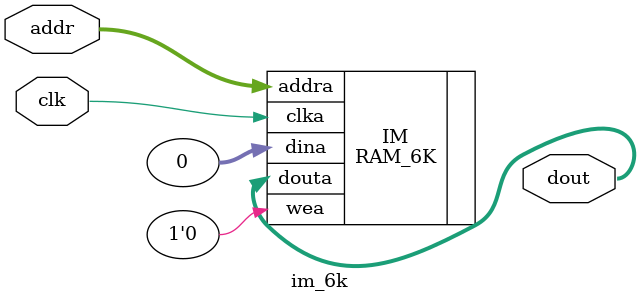
<source format=v>
`timescale 1ns / 1ps
module im_6k(
	input clk,
    input [12:2] addr,
    output [31:0] dout
    );
	
	RAM_6K IM(.clka(clk),
			  .wea(1'b0),
			  .addra(addr),
			  .dina(32'b0),
			  .douta(dout));

endmodule
</source>
